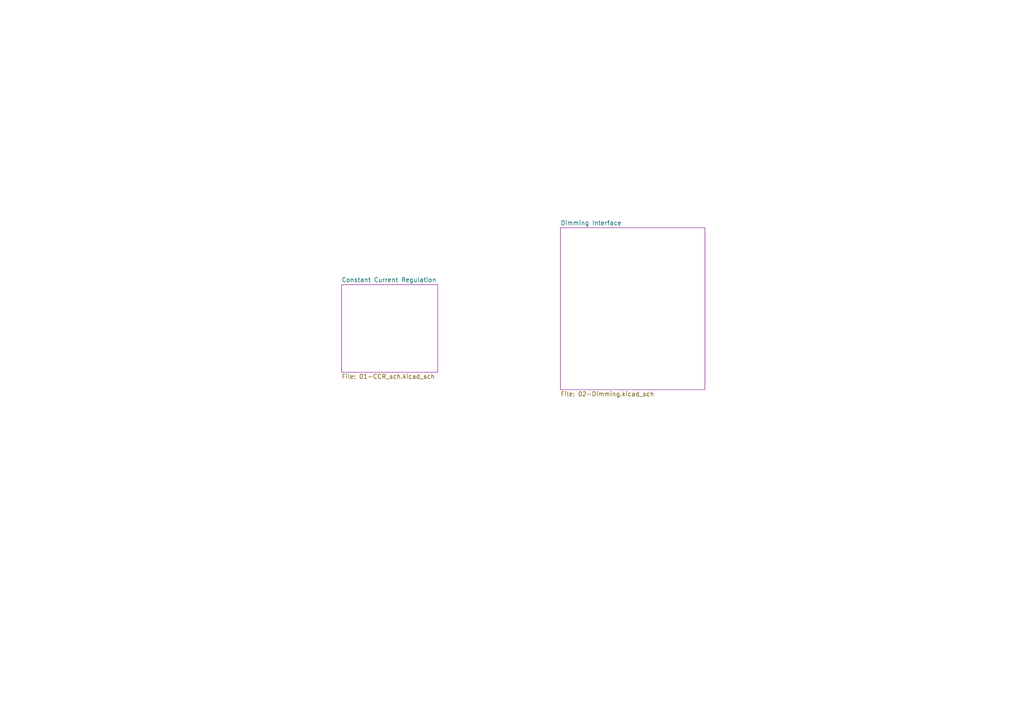
<source format=kicad_sch>
(kicad_sch (version 20210126) (generator eeschema)
  (paper "A4")
  (lib_symbols)
  (sheet (at 99.06 82.55) (size 27.94 25.4) (stroke (width 0.0006) (color 132 0 132 1)) (fill (color 255 255 255 0.0000))
    (property "Nome foglio" "Constant Current Regulation" (at 99.06 81.9143 0) (effects (justify left bottom)))
    (property "File foglio" "01-CCR_sch.kicad_sch" (at 99.06 108.4587 0) (effects (justify left top)))
  )
  (sheet (at 162.56 66.04) (size 41.91 46.99) (stroke (width 0.0006) (color 132 0 132 1)) (fill (color 255 255 255 0.0000))
    (property "Nome foglio" "Dimming Interface" (at 162.56 65.4043 0) (effects (justify left bottom)))
    (property "File foglio" "02-Dimming.kicad_sch" (at 162.56 113.5387 0) (effects (justify left top)))
  )
)
</source>
